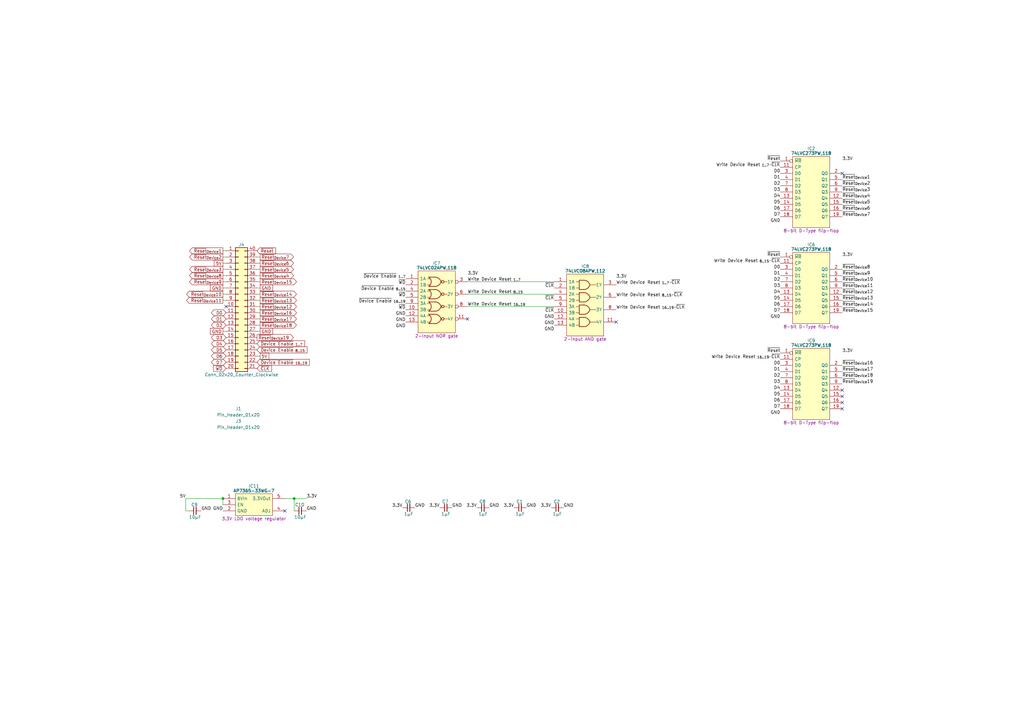
<source format=kicad_sch>
(kicad_sch (version 20231120) (generator "eeschema") (generator_version "8.0")
  (paper "A3")
  (title_block (title "HCP65 Device Reset") (date "2024-02-15") (rev "V1"))
  (lib_symbols
    (symbol "Connector_Generic:Conn_02x20_Counter_Clockwise" (pin_names (offset 1.016) hide)
      (property "Reference" "J" (at 1.27 25.4 0))
      (property "Value" "Conn_02x20_Counter_Clockwise" (at 1.27 -27.94 0))
      (symbol "Conn_02x20_Counter_Clockwise_1_1"
        (rectangle (start -1.27 -25.273) (end 0 -25.527) (stroke (width 0.1524)))
        (rectangle (start -1.27 -22.733) (end 0 -22.987) (stroke (width 0.1524)))
        (rectangle (start -1.27 -20.193) (end 0 -20.447) (stroke (width 0.1524)))
        (rectangle (start -1.27 -17.653) (end 0 -17.907) (stroke (width 0.1524)))
        (rectangle (start -1.27 -15.113) (end 0 -15.367) (stroke (width 0.1524)))
        (rectangle (start -1.27 -12.573) (end 0 -12.827) (stroke (width 0.1524)))
        (rectangle (start -1.27 -10.033) (end 0 -10.287) (stroke (width 0.1524)))
        (rectangle (start -1.27 -7.493) (end 0 -7.747) (stroke (width 0.1524)))
        (rectangle (start -1.27 -4.953) (end 0 -5.207) (stroke (width 0.1524)))
        (rectangle (start -1.27 -2.413) (end 0 -2.667) (stroke (width 0.1524)))
        (rectangle (start -1.27 0.127) (end 0 -0.127) (stroke (width 0.1524)))
        (rectangle (start -1.27 2.667) (end 0 2.413) (stroke (width 0.1524)))
        (rectangle (start -1.27 5.207) (end 0 4.953) (stroke (width 0.1524)))
        (rectangle (start -1.27 7.747) (end 0 7.493) (stroke (width 0.1524)))
        (rectangle (start -1.27 10.287) (end 0 10.033) (stroke (width 0.1524)))
        (rectangle (start -1.27 12.827) (end 0 12.573) (stroke (width 0.1524)))
        (rectangle (start -1.27 15.367) (end 0 15.113) (stroke (width 0.1524)))
        (rectangle (start -1.27 17.907) (end 0 17.653) (stroke (width 0.1524)))
        (rectangle (start -1.27 20.447) (end 0 20.193) (stroke (width 0.1524)))
        (rectangle (start -1.27 22.987) (end 0 22.733) (stroke (width 0.1524)))
        (rectangle (start -1.27 24.13) (end 3.81 -26.67) (stroke (width 0.254)) (fill (type background)))
        (rectangle (start 3.81 -25.273) (end 2.54 -25.527) (stroke (width 0.1524)))
        (rectangle (start 3.81 -22.733) (end 2.54 -22.987) (stroke (width 0.1524)))
        (rectangle (start 3.81 -20.193) (end 2.54 -20.447) (stroke (width 0.1524)))
        (rectangle (start 3.81 -17.653) (end 2.54 -17.907) (stroke (width 0.1524)))
        (rectangle (start 3.81 -15.113) (end 2.54 -15.367) (stroke (width 0.1524)))
        (rectangle (start 3.81 -12.573) (end 2.54 -12.827) (stroke (width 0.1524)))
        (rectangle (start 3.81 -10.033) (end 2.54 -10.287) (stroke (width 0.1524)))
        (rectangle (start 3.81 -7.493) (end 2.54 -7.747) (stroke (width 0.1524)))
        (rectangle (start 3.81 -4.953) (end 2.54 -5.207) (stroke (width 0.1524)))
        (rectangle (start 3.81 -2.413) (end 2.54 -2.667) (stroke (width 0.1524)))
        (rectangle (start 3.81 0.127) (end 2.54 -0.127) (stroke (width 0.1524)))
        (rectangle (start 3.81 2.667) (end 2.54 2.413) (stroke (width 0.1524)))
        (rectangle (start 3.81 5.207) (end 2.54 4.953) (stroke (width 0.1524)))
        (rectangle (start 3.81 7.747) (end 2.54 7.493) (stroke (width 0.1524)))
        (rectangle (start 3.81 10.287) (end 2.54 10.033) (stroke (width 0.1524)))
        (rectangle (start 3.81 12.827) (end 2.54 12.573) (stroke (width 0.1524)))
        (rectangle (start 3.81 15.367) (end 2.54 15.113) (stroke (width 0.1524)))
        (rectangle (start 3.81 17.907) (end 2.54 17.653) (stroke (width 0.1524)))
        (rectangle (start 3.81 20.447) (end 2.54 20.193) (stroke (width 0.1524)))
        (rectangle (start 3.81 22.987) (end 2.54 22.733) (stroke (width 0.1524)))
        (pin passive line (at -5.08 22.86 0) (length 3.81) (name "Pin_1") (number "1"))
        (pin passive line (at -5.08 0 0) (length 3.81) (name "Pin_10") (number "10"))
        (pin passive line (at -5.08 -2.54 0) (length 3.81) (name "Pin_11") (number "11"))
        (pin passive line (at -5.08 -5.08 0) (length 3.81) (name "Pin_12") (number "12"))
        (pin passive line (at -5.08 -7.62 0) (length 3.81) (name "Pin_13") (number "13"))
        (pin passive line (at -5.08 -10.16 0) (length 3.81) (name "Pin_14") (number "14"))
        (pin passive line (at -5.08 -12.7 0) (length 3.81) (name "Pin_15") (number "15"))
        (pin passive line (at -5.08 -15.24 0) (length 3.81) (name "Pin_16") (number "16"))
        (pin passive line (at -5.08 -17.78 0) (length 3.81) (name "Pin_17") (number "17"))
        (pin passive line (at -5.08 -20.32 0) (length 3.81) (name "Pin_18") (number "18"))
        (pin passive line (at -5.08 -22.86 0) (length 3.81) (name "Pin_19") (number "19"))
        (pin passive line (at -5.08 20.32 0) (length 3.81) (name "Pin_2") (number "2"))
        (pin passive line (at -5.08 -25.4 0) (length 3.81) (name "Pin_20") (number "20"))
        (pin passive line (at 7.62 -25.4 180) (length 3.81) (name "Pin_21") (number "21"))
        (pin passive line (at 7.62 -22.86 180) (length 3.81) (name "Pin_22") (number "22"))
        (pin passive line (at 7.62 -20.32 180) (length 3.81) (name "Pin_23") (number "23"))
        (pin passive line (at 7.62 -17.78 180) (length 3.81) (name "Pin_24") (number "24"))
        (pin passive line (at 7.62 -15.24 180) (length 3.81) (name "Pin_25") (number "25"))
        (pin passive line (at 7.62 -12.7 180) (length 3.81) (name "Pin_26") (number "26"))
        (pin passive line (at 7.62 -10.16 180) (length 3.81) (name "Pin_27") (number "27"))
        (pin passive line (at 7.62 -7.62 180) (length 3.81) (name "Pin_28") (number "28"))
        (pin passive line (at 7.62 -5.08 180) (length 3.81) (name "Pin_29") (number "29"))
        (pin passive line (at -5.08 17.78 0) (length 3.81) (name "Pin_3") (number "3"))
        (pin passive line (at 7.62 -2.54 180) (length 3.81) (name "Pin_30") (number "30"))
        (pin passive line (at 7.62 0 180) (length 3.81) (name "Pin_31") (number "31"))
        (pin passive line (at 7.62 2.54 180) (length 3.81) (name "Pin_32") (number "32"))
        (pin passive line (at 7.62 5.08 180) (length 3.81) (name "Pin_33") (number "33"))
        (pin passive line (at 7.62 7.62 180) (length 3.81) (name "Pin_34") (number "34"))
        (pin passive line (at 7.62 10.16 180) (length 3.81) (name "Pin_35") (number "35"))
        (pin passive line (at 7.62 12.7 180) (length 3.81) (name "Pin_36") (number "36"))
        (pin passive line (at 7.62 15.24 180) (length 3.81) (name "Pin_37") (number "37"))
        (pin passive line (at 7.62 17.78 180) (length 3.81) (name "Pin_38") (number "38"))
        (pin passive line (at 7.62 20.32 180) (length 3.81) (name "Pin_39") (number "39"))
        (pin passive line (at -5.08 15.24 0) (length 3.81) (name "Pin_4") (number "4"))
        (pin passive line (at 7.62 22.86 180) (length 3.81) (name "Pin_40") (number "40"))
        (pin passive line (at -5.08 12.7 0) (length 3.81) (name "Pin_5") (number "5"))
        (pin passive line (at -5.08 10.16 0) (length 3.81) (name "Pin_6") (number "6"))
        (pin passive line (at -5.08 7.62 0) (length 3.81) (name "Pin_7") (number "7"))
        (pin passive line (at -5.08 5.08 0) (length 3.81) (name "Pin_8") (number "8"))
        (pin passive line (at -5.08 2.54 0) (length 3.81) (name "Pin_9") (number "9"))
      )
    )
    (symbol "Diodes_Inc:AP7365-33WG-7" (pin_names (offset 0.762))
      (property "Reference" "IC" (at 12.7 5.08 0))
      (property "Value" "AP7365-33WG-7" (at 12.7 3.175 0))
      (property "Description" "3.3V LDO voltage regulator" (at 12.7 -8.255 0))
      (symbol "AP7365-33WG-7_0_0"
        (pin passive line (at 0 -5.08 0) (length 5.08) (name "GND") (number "2"))
        (pin input line (at 0 -2.54 0) (length 5.08) (name "EN") (number "3"))
        (pin passive line (at 25.4 -5.08 180) (length 5.08) (name "ADJ") (number "4"))
      )
      (symbol "AP7365-33WG-7_0_1"
        (polyline (pts (xy 5.08 1.905) (xy 20.32 1.905) (xy 20.32 -6.985) (xy 5.08 -6.985) (xy 5.08 1.905)) (fill (type background)))
      )
      (symbol "AP7365-33WG-7_1_0"
        (pin passive line (at 0 0 0) (length 5.08) (name "6VIn") (number "1"))
        (pin passive line (at 25.4 0 180) (length 5.08) (name "3.3VOut") (number "5"))
      )
    )
    (symbol "HCP65:C_0805" (pin_numbers hide) (pin_names (offset 0.254) hide)
      (property "Reference" "C" (at 2.286 2.54 0))
      (property "Value" "?μF" (at 2.54 -2.54 0))
      (symbol "C_0805_0_1"
        (polyline (pts (xy 1.9685 -1.4605) (xy 1.9685 1.5875)) (stroke (width 0.3048)))
        (polyline (pts (xy 2.9845 -1.4605) (xy 2.9845 1.5875)) (stroke (width 0.3302)))
      )
      (symbol "C_0805_1_1"
        (pin passive line (at 0 0 0) (length 2.032) (name "~") (number "1"))
        (pin passive line (at 5.08 0 180) (length 2.032) (name "~") (number "2"))
      )
    )
    (symbol "HCP65:Pin_Header_01x20" (pin_names (offset 1.016) hide)
      (property "Reference" "J" (at 0 1.27 0))
      (property "Value" "Pin_Header_01x20" (at 0 -1.27 0))
    )
    (symbol "Nexperia:74LVC02APW,118" (pin_names (offset 0.762))
      (property "Reference" "IC" (at 12.7 6.35 0))
      (property "Value" "74LVC02APW,118" (at 12.7 4.445 0))
      (property "Description" "2-Input NOR gate" (at 12.7 -23.495 0))
      (symbol "74LVC02APW,118_0_0"
        (pin input line (at 0 0 0) (length 5.08) (name "1A") (number "1"))
        (pin input line (at 0 -12.7 0) (length 5.08) (name "3B") (number "10"))
        (pin output inverted (at 25.4 -16.51 180) (length 5.08) (name "4Y") (number "11"))
        (pin input line (at 0 -15.24 0) (length 5.08) (name "4A") (number "12"))
        (pin input line (at 0 -17.78 0) (length 5.08) (name "4B") (number "13"))
        (pin passive line (at 25.4 1.27 180) (length 5.08) hide (name "3V") (number "14"))
        (pin input line (at 0 -2.54 0) (length 5.08) (name "1B") (number "2"))
        (pin output inverted (at 25.4 -1.27 180) (length 5.08) (name "1Y") (number "3"))
        (pin input line (at 0 -5.08 0) (length 5.08) (name "2A") (number "4"))
        (pin input line (at 0 -7.62 0) (length 5.08) (name "2B") (number "5"))
        (pin output inverted (at 25.4 -6.35 180) (length 5.08) (name "2Y") (number "6"))
        (pin passive line (at 0 -20.32 0) (length 5.08) hide (name "GND") (number "7"))
        (pin output inverted (at 25.4 -11.43 180) (length 5.08) (name "3Y") (number "8"))
        (pin input line (at 0 -10.16 0) (length 5.08) (name "3A") (number "9"))
      )
      (symbol "74LVC02APW,118_0_1"
        (polyline (pts (xy 8.802 -17.78) (xy 10.0719 -17.78)))
        (polyline (pts (xy 8.802 -15.24) (xy 10.0719 -15.24)))
        (polyline (pts (xy 8.802 -12.7) (xy 10.0719 -12.7)))
        (polyline (pts (xy 8.802 -10.16) (xy 10.0719 -10.16)))
        (polyline (pts (xy 8.802 -7.62) (xy 10.0719 -7.62)))
        (polyline (pts (xy 8.802 -5.08) (xy 10.0719 -5.08)))
        (polyline (pts (xy 8.802 -2.54) (xy 10.0719 -2.54)))
        (polyline (pts (xy 8.802 0) (xy 10.0719 0)))
        (polyline (pts (xy 11.977 -18.415) (xy 9.437 -18.415)) (stroke (width 0.254)) (fill (type background)))
        (polyline (pts (xy 11.977 -14.605) (xy 9.437 -14.605)) (stroke (width 0.254)) (fill (type background)))
        (polyline (pts (xy 11.977 -13.335) (xy 9.437 -13.335)) (stroke (width 0.254)) (fill (type background)))
        (polyline (pts (xy 11.977 -9.525) (xy 9.437 -9.525)) (stroke (width 0.254)) (fill (type background)))
        (polyline (pts (xy 11.977 -8.255) (xy 9.437 -8.255)) (stroke (width 0.254)) (fill (type background)))
        (polyline (pts (xy 11.977 -4.445) (xy 9.437 -4.445)) (stroke (width 0.254)) (fill (type background)))
        (polyline (pts (xy 11.977 -3.175) (xy 9.437 -3.175)) (stroke (width 0.254)) (fill (type background)))
        (polyline (pts (xy 11.977 0.635) (xy 9.437 0.635)) (stroke (width 0.254)) (fill (type background)))
        (polyline (pts (xy 15.875 -16.51) (xy 17.057 -16.51)))
        (polyline (pts (xy 15.875 -11.43) (xy 17.057 -11.43)))
        (polyline (pts (xy 15.875 -6.35) (xy 17.057 -6.35)))
        (polyline (pts (xy 15.875 -1.27) (xy 17.057 -1.27)))
        (polyline (pts (xy 5.08 3.175) (xy 20.32 3.175) (xy 20.32 -22.225) (xy 5.08 -22.225) (xy 5.08 3.175)) (stroke (width 0.1524)) (fill (type background)))
        (arc (start 9.437 -18.415) (mid 10.4969 -16.51) (end 9.437 -14.605) (stroke (width 0.254)))
        (arc (start 9.437 -13.335) (mid 10.4969 -11.43) (end 9.437 -9.525) (stroke (width 0.254)))
        (arc (start 9.437 -8.255) (mid 10.4969 -6.35) (end 9.437 -4.445) (stroke (width 0.254)))
        (arc (start 9.437 -3.175) (mid 10.4969 -1.27) (end 9.437 0.635) (stroke (width 0.254)))
        (arc (start 11.977 -18.415) (mid 13.5751 -17.9001) (end 14.517 -16.51) (stroke (width 0.254)))
        (arc (start 11.977 -13.335) (mid 13.5751 -12.8201) (end 14.517 -11.43) (stroke (width 0.254)))
        (arc (start 11.977 -8.255) (mid 13.5751 -7.7401) (end 14.517 -6.35) (stroke (width 0.254)))
        (arc (start 11.977 -3.175) (mid 13.5753 -2.6602) (end 14.517 -1.27) (stroke (width 0.254)))
        (arc (start 14.517 -16.51) (mid 13.5761 -15.1187) (end 11.977 -14.605) (stroke (width 0.254)))
        (arc (start 14.517 -11.43) (mid 13.5761 -10.0387) (end 11.977 -9.525) (stroke (width 0.254)))
        (arc (start 14.517 -6.35) (mid 13.5761 -4.9587) (end 11.977 -4.445) (stroke (width 0.254)))
        (arc (start 14.517 -1.27) (mid 13.5761 0.1213) (end 11.977 0.635) (stroke (width 0.254)))
        (circle (center 15.24 -16.51) (radius 0.508) (stroke (width 0.254)))
        (circle (center 15.24 -11.43) (radius 0.508) (stroke (width 0.254)))
        (circle (center 15.24 -6.35) (radius 0.508) (stroke (width 0.254)))
        (circle (center 15.24 -1.27) (radius 0.508) (stroke (width 0.254)))
      )
    )
    (symbol "Nexperia:74LVC08APW,112" (pin_names (offset 0.762))
      (property "Reference" "IC" (at 12.7 6.35 0))
      (property "Value" "74LVC08APW,112" (at 12.7 4.445 0))
      (property "Description" "2-input AND gate" (at 12.7 -23.495 0))
      (symbol "74LVC08APW,112_0_0"
        (pin input line (at 0 0 0) (length 5.08) (name "1A") (number "1"))
        (pin input line (at 0 -12.7 0) (length 5.08) (name "3B") (number "10"))
        (pin output line (at 25.4 -16.51 180) (length 5.08) (name "4Y") (number "11"))
        (pin input line (at 0 -15.24 0) (length 5.08) (name "4A") (number "12"))
        (pin input line (at 0 -17.78 0) (length 5.08) (name "4B") (number "13"))
        (pin passive line (at 25.4 1.27 180) (length 5.08) hide (name "3V") (number "14"))
        (pin input line (at 0 -2.54 0) (length 5.08) (name "1B") (number "2"))
        (pin passive line (at 25.4 -1.27 180) (length 5.08) (name "1Y") (number "3"))
        (pin input line (at 0 -5.08 0) (length 5.08) (name "2A") (number "4"))
        (pin input line (at 0 -7.62 0) (length 5.08) (name "2B") (number "5"))
        (pin output line (at 25.4 -6.35 180) (length 5.08) (name "2Y") (number "6"))
        (pin passive line (at 0 -20.32 0) (length 5.08) hide (name "GND") (number "7"))
        (pin output line (at 25.4 -11.43 180) (length 5.08) (name "3Y") (number "8"))
        (pin input line (at 0 -10.16 0) (length 5.08) (name "3A") (number "9"))
      )
      (symbol "74LVC08APW,112_0_1"
        (polyline (pts (xy 8.89 -17.78) (xy 10.1599 -17.78)))
        (polyline (pts (xy 8.89 -15.24) (xy 10.1599 -15.24)))
        (polyline (pts (xy 8.89 -12.7) (xy 10.1599 -12.7)))
        (polyline (pts (xy 8.89 -10.16) (xy 10.1599 -10.16)))
        (polyline (pts (xy 8.89 -7.62) (xy 10.1599 -7.62)))
        (polyline (pts (xy 8.89 -5.08) (xy 10.1599 -5.08)))
        (polyline (pts (xy 8.89 -2.54) (xy 10.1599 -2.54)))
        (polyline (pts (xy 8.89 0) (xy 10.1599 0)))
        (polyline (pts (xy 10.248 -14.605) (xy 10.248 -18.415)) (stroke (width 0.254)) (fill (type background)))
        (polyline (pts (xy 10.248 -9.525) (xy 10.248 -13.335)) (stroke (width 0.254)) (fill (type background)))
        (polyline (pts (xy 10.248 -4.445) (xy 10.248 -8.255)) (stroke (width 0.254)) (fill (type background)))
        (polyline (pts (xy 10.248 0.635) (xy 10.248 -3.175)) (stroke (width 0.254)) (fill (type background)))
        (polyline (pts (xy 12.065 -18.415) (xy 10.248 -18.415)) (stroke (width 0.254)) (fill (type background)))
        (polyline (pts (xy 12.065 -14.605) (xy 10.248 -14.605)) (stroke (width 0.254)) (fill (type background)))
        (polyline (pts (xy 12.065 -13.335) (xy 10.248 -13.335)) (stroke (width 0.254)) (fill (type background)))
        (polyline (pts (xy 12.065 -9.525) (xy 10.248 -9.525)) (stroke (width 0.254)) (fill (type background)))
        (polyline (pts (xy 12.065 -8.255) (xy 10.248 -8.255)) (stroke (width 0.254)) (fill (type background)))
        (polyline (pts (xy 12.065 -4.445) (xy 10.248 -4.445)) (stroke (width 0.254)) (fill (type background)))
        (polyline (pts (xy 12.065 -3.175) (xy 10.248 -3.175)) (stroke (width 0.254)) (fill (type background)))
        (polyline (pts (xy 12.065 0.635) (xy 10.248 0.635)) (stroke (width 0.254)) (fill (type background)))
        (polyline (pts (xy 14.605 -16.51) (xy 17.145 -16.51)))
        (polyline (pts (xy 14.605 -11.43) (xy 17.145 -11.43)))
        (polyline (pts (xy 14.605 -6.35) (xy 17.145 -6.35)))
        (polyline (pts (xy 14.605 -1.27) (xy 17.145 -1.27)))
        (polyline (pts (xy 5.08 3.175) (xy 20.32 3.175) (xy 20.32 -22.225) (xy 5.08 -22.225) (xy 5.08 3.175)) (stroke (width 0.1524)) (fill (type background)))
        (arc (start 12.065 -18.415) (mid 13.6634 -17.9004) (end 14.605 -16.51) (stroke (width 0.254)))
        (arc (start 12.065 -13.335) (mid 13.6634 -12.8204) (end 14.605 -11.43) (stroke (width 0.254)))
        (arc (start 12.065 -8.255) (mid 13.6634 -7.7404) (end 14.605 -6.35) (stroke (width 0.254)))
        (arc (start 12.065 -3.175) (mid 13.6634 -2.6604) (end 14.605 -1.27) (stroke (width 0.254)))
        (arc (start 14.605 -16.51) (mid 13.6646 -15.118) (end 12.065 -14.605) (stroke (width 0.254)))
        (arc (start 14.605 -11.43) (mid 13.6646 -10.038) (end 12.065 -9.525) (stroke (width 0.254)))
        (arc (start 14.605 -6.35) (mid 13.6646 -4.958) (end 12.065 -4.445) (stroke (width 0.254)))
        (arc (start 14.605 -1.27) (mid 13.6646 0.122) (end 12.065 0.635) (stroke (width 0.254)))
      )
    )
    (symbol "Nexperia:74LVC273PW,118" (pin_names (offset 0.762))
      (property "Reference" "IC" (at 12.7 5.08 0))
      (property "Value" "74LVC273PW,118" (at 12.7 3.175 0))
      (property "Description" "8-bit D-Type flip-flop" (at 12.7 -28.575 0))
      (symbol "74LVC273PW,118_0_0"
        (pin input line (at 0 -2.54 0) (length 5.08) (name "CP") (number "11"))
        (pin output line (at 25.4 -15.24 180) (length 5.08) (name "Q4") (number "12"))
        (pin input line (at 0 -15.24 0) (length 5.08) (name "D4") (number "13"))
        (pin input line (at 0 -17.78 0) (length 5.08) (name "D5") (number "14"))
        (pin output line (at 25.4 -17.78 180) (length 5.08) (name "Q5") (number "15"))
        (pin output line (at 25.4 -20.32 180) (length 5.08) (name "Q6") (number "16"))
        (pin input line (at 0 -20.32 0) (length 5.08) (name "D6") (number "17"))
        (pin input line (at 0 -22.86 0) (length 5.08) (name "D7") (number "18"))
        (pin output line (at 25.4 -22.86 180) (length 5.08) (name "Q7") (number "19"))
        (pin output line (at 25.4 -5.08 180) (length 5.08) (name "Q0") (number "2"))
        (pin input line (at 0 -5.08 0) (length 5.08) (name "D0") (number "3"))
        (pin input line (at 0 -7.62 0) (length 5.08) (name "D1") (number "4"))
        (pin output line (at 25.4 -7.62 180) (length 5.08) (name "Q1") (number "5"))
        (pin output line (at 25.4 -10.16 180) (length 5.08) (name "Q2") (number "6"))
        (pin input line (at 0 -10.16 0) (length 5.08) (name "D2") (number "7"))
        (pin input line (at 0 -12.7 0) (length 5.08) (name "D3") (number "8"))
        (pin output line (at 25.4 -12.7 180) (length 5.08) (name "Q3") (number "9"))
      )
      (symbol "74LVC273PW,118_0_1"
        (polyline (pts (xy 5.08 1.905) (xy 20.32 1.905) (xy 20.32 -27.305) (xy 5.08 -27.305) (xy 5.08 1.905)) (stroke (width 0.1524)) (fill (type background)))
      )
      (symbol "74LVC273PW,118_1_0"
        (pin input inverted (at 0 0 0) (length 5.08) (name "~{MR}") (number "1"))
        (pin passive line (at 0 -25.4 0) (length 5.08) hide (name "GND") (number "10"))
        (pin passive line (at 25.4 0 180) (length 5.08) hide (name "3V") (number "20"))
      )
    )
  )
  (junction (at 120.65 204.47))
  (junction (at 91.44 204.47))
  (no_connect (at 191.77 130.81))
  (no_connect (at 92.71 125.73))
  (no_connect (at 345.44 167.64))
  (no_connect (at 252.73 132.08))
  (no_connect (at 345.44 71.12))
  (no_connect (at 345.44 162.56))
  (no_connect (at 345.44 160.02))
  (no_connect (at 345.44 165.1))
  (no_connect (at 116.84 209.55))
  (wire (pts (xy 191.77 115.57) (xy 227.33 115.57)))
  (wire (pts (xy 91.44 118.11) (xy 92.71 118.11)))
  (wire (pts (xy 106.68 107.95) (xy 105.41 107.95)))
  (wire (pts (xy 106.68 130.81) (xy 105.41 130.81)))
  (wire (pts (xy 91.44 123.19) (xy 92.71 123.19)))
  (wire (pts (xy 106.68 146.05) (xy 105.41 146.05)))
  (wire (pts (xy 91.44 107.95) (xy 92.71 107.95)))
  (wire (pts (xy 106.68 125.73) (xy 105.41 125.73)))
  (wire (pts (xy 91.44 135.89) (xy 92.71 135.89)))
  (wire (pts (xy 91.44 204.47) (xy 91.44 207.01)))
  (wire (pts (xy 106.68 105.41) (xy 105.41 105.41)))
  (wire (pts (xy 76.2 204.47) (xy 76.2 209.55)))
  (wire (pts (xy 91.44 113.03) (xy 92.71 113.03)))
  (wire (pts (xy 91.44 102.87) (xy 92.71 102.87)))
  (wire (pts (xy 116.84 204.47) (xy 120.65 204.47)))
  (wire (pts (xy 91.44 120.65) (xy 92.71 120.65)))
  (wire (pts (xy 91.44 110.49) (xy 92.71 110.49)))
  (wire (pts (xy 106.68 133.35) (xy 105.41 133.35)))
  (wire (pts (xy 120.65 209.55) (xy 120.65 204.47)))
  (wire (pts (xy 106.68 110.49) (xy 105.41 110.49)))
  (wire (pts (xy 106.68 123.19) (xy 105.41 123.19)))
  (wire (pts (xy 91.44 105.41) (xy 92.71 105.41)))
  (wire (pts (xy 106.68 120.65) (xy 105.41 120.65)))
  (wire (pts (xy 191.77 125.73) (xy 227.33 125.73)))
  (wire (pts (xy 106.68 113.03) (xy 105.41 113.03)))
  (wire (pts (xy 106.68 118.11) (xy 105.41 118.11)))
  (wire (pts (xy 106.68 128.27) (xy 105.41 128.27)))
  (wire (pts (xy 191.77 120.65) (xy 227.33 120.65)))
  (wire (pts (xy 91.44 115.57) (xy 92.71 115.57)))
  (wire (pts (xy 106.68 135.89) (xy 105.41 135.89)))
  (wire (pts (xy 76.2 204.47) (xy 91.44 204.47)))
  (wire (pts (xy 120.65 204.47) (xy 125.73 204.47)))
  (wire (pts (xy 106.68 115.57) (xy 105.41 115.57)))
  (wire (pts (xy 76.2 209.55) (xy 77.47 209.55)))
  (label "GND" (at 82.55 209.55 0))
  (label "~{Reset}_{Device}4" (at 345.44 81.28 0))
  (label "~{Device Enable}_{ 16..19}" (at 166.37 124.46 180))
  (label "D0" (at 320.04 71.12 180))
  (label "3.3V" (at 345.44 66.04 0))
  (label "GND" (at 166.37 129.54 180))
  (label "D3" (at 320.04 157.48 180))
  (label "~{WD}" (at 166.37 121.92 180))
  (label "GND" (at 231.14 208.28 0))
  (label "Write Device Reset_{ 1..7}·~{CLK}" (at 320.04 68.58 180))
  (label "~{Reset}_{Device}5" (at 345.44 83.82 0))
  (label "D5" (at 320.04 83.82 180))
  (label "~{Reset}" (at 320.04 66.04 180))
  (label "3.3V" (at 195.58 208.28 180))
  (label "D6" (at 320.04 165.1 180))
  (label "Write Device Reset_{ 1..7}" (at 191.77 115.57 0))
  (label "D5" (at 320.04 162.56 180))
  (label "~{Reset}_{Device}10" (at 345.44 115.57 0))
  (label "D7" (at 320.04 128.27 180))
  (label "D5" (at 320.04 123.19 180))
  (label "D0" (at 320.04 149.86 180))
  (label "~{Reset}_{Device}14" (at 345.44 125.73 0))
  (label "~{Device Enable}_{ 8..15}" (at 166.37 119.38 180))
  (label "3.3V" (at 345.44 105.41 0))
  (label "D6" (at 320.04 125.73 180))
  (label "Write Device Reset_{ 8..15}" (at 191.77 120.65 0))
  (label "~{Reset}_{Device}7" (at 345.44 88.9 0))
  (label "~{Reset}_{Device}8" (at 345.44 110.49 0))
  (label "GND" (at 320.04 91.44 180))
  (label "~{Reset}_{Device}3" (at 345.44 78.74 0))
  (label "Write Device Reset_{ 8..15}·~{CLK}" (at 320.04 107.95 180))
  (label "D7" (at 320.04 88.9 180))
  (label "D0" (at 320.04 110.49 180))
  (label "D1" (at 320.04 152.4 180))
  (label "D2" (at 320.04 154.94 180))
  (label "D1" (at 320.04 73.66 180))
  (label "3.3V" (at 180.34 208.28 180))
  (label "D4" (at 320.04 120.65 180))
  (label "GND" (at 320.04 130.81 180))
  (label "Write Device Reset_{ 16..19}·~{CLK}" (at 252.73 127 0))
  (label "~{WD}" (at 166.37 127 180))
  (label "D6" (at 320.04 86.36 180))
  (label "~{Reset}_{Device}9" (at 345.44 113.03 0))
  (label "3.3V" (at 125.73 204.47 0))
  (label "GND" (at 227.33 135.89 180))
  (label "D7" (at 320.04 167.64 180))
  (label "~{Reset}_{Device}6" (at 345.44 86.36 0))
  (label "~{CLK}" (at 227.33 118.11 180))
  (label "~{Reset}_{Device}1" (at 345.44 73.66 0))
  (label "D4" (at 320.04 81.28 180))
  (label "~{Reset}_{Device}18" (at 345.44 154.94 0))
  (label "~{Reset}_{Device}19" (at 345.44 157.48 0))
  (label "~{Reset}_{Device}17" (at 345.44 152.4 0))
  (label "3.3V" (at 165.1 208.28 180))
  (label "GND" (at 200.66 208.28 0))
  (label "D3" (at 320.04 78.74 180))
  (label "5V" (at 76.2 204.47 180))
  (label "GND" (at 215.9 208.28 0))
  (label "GND" (at 227.33 133.35 180))
  (label "~{CLK}" (at 227.33 128.27 180))
  (label "GND" (at 227.33 130.81 180))
  (label "GND" (at 170.18 208.28 0))
  (label "D2" (at 320.04 76.2 180))
  (label "Write Device Reset_{ 1..7}·~{CLK}" (at 252.73 116.84 0))
  (label "~{Reset}_{Device}2" (at 345.44 76.2 0))
  (label "3.3V" (at 191.77 113.03 0))
  (label "Write Device Reset_{ 16..19}" (at 191.77 125.73 0))
  (label "~{Reset}" (at 320.04 105.41 180))
  (label "Write Device Reset_{ 8..15}·~{CLK}" (at 252.73 121.92 0))
  (label "GND" (at 166.37 132.08 180))
  (label "D1" (at 320.04 113.03 180))
  (label "~{Reset}_{Device}15" (at 345.44 128.27 0))
  (label "GND" (at 166.37 134.62 180))
  (label "~{Reset}_{Device}13" (at 345.44 123.19 0))
  (label "Write Device Reset_{ 16..19}·~{CLK}" (at 320.04 147.32 180))
  (label "GND" (at 320.04 170.18 180))
  (label "D3" (at 320.04 118.11 180))
  (label "3.3V" (at 226.06 208.28 180))
  (label "~{Reset}" (at 320.04 144.78 180))
  (label "~{Reset}_{Device}16" (at 345.44 149.86 0))
  (label "~{CLK}" (at 227.33 123.19 180))
  (label "D2" (at 320.04 115.57 180))
  (label "GND" (at 125.73 209.55 0))
  (label "3.3V" (at 252.73 114.3 0))
  (label "GND" (at 91.44 209.55 180))
  (label "GND" (at 185.42 208.28 0))
  (label "~{Reset}_{Device}11" (at 345.44 118.11 0))
  (label "~{WD}" (at 166.37 116.84 180))
  (label "~{Reset}_{Device}12" (at 345.44 120.65 0))
  (label "3.3V" (at 345.44 144.78 0))
  (label "3.3V" (at 210.82 208.28 180))
  (label "D4" (at 320.04 160.02 180))
  (label "~{Device Enable}_{ 1..7}" (at 166.37 114.3 180))
  (global_label "~{Reset}_{Device}15" (shape output) (at 106.68 115.57 0) (property "Intersheetrefs" "${INTERSHEET_REFS}" (effects (hide yes))))
  (global_label "D3" (shape tri_state) (at 92.71 138.43 180) (property "Intersheetrefs" "${INTERSHEET_REFS}" (effects (hide yes))))
  (global_label "~{Reset}_{Device}14" (shape output) (at 106.68 120.65 0) (property "Intersheetrefs" "${INTERSHEET_REFS}" (effects (hide yes))))
  (global_label "~{Reset}_{Device}9" (shape output) (at 91.44 115.57 180) (property "Intersheetrefs" "${INTERSHEET_REFS}" (effects (hide yes))))
  (global_label "~{Reset}_{Device}16" (shape output) (at 106.68 128.27 0) (property "Intersheetrefs" "${INTERSHEET_REFS}" (effects (hide yes))))
  (global_label "~{Reset}_{Device}11" (shape output) (at 91.44 123.19 180) (property "Intersheetrefs" "${INTERSHEET_REFS}" (effects (hide yes))))
  (global_label "5V" (shape passive) (at 91.44 107.95 180) (property "Intersheetrefs" "${INTERSHEET_REFS}" (effects (hide yes))))
  (global_label "~{Reset}_{Device}8" (shape output) (at 91.44 113.03 180) (property "Intersheetrefs" "${INTERSHEET_REFS}" (effects (hide yes))))
  (global_label "GND" (shape passive) (at 91.44 118.11 180) (property "Intersheetrefs" "${INTERSHEET_REFS}" (effects (hide yes))))
  (global_label "~{Reset}_{Device}12" (shape output) (at 106.68 125.73 0) (property "Intersheetrefs" "${INTERSHEET_REFS}" (effects (hide yes))))
  (global_label "~{Reset}_{Device}5" (shape output) (at 106.68 110.49 0) (property "Intersheetrefs" "${INTERSHEET_REFS}" (effects (hide yes))))
  (global_label "D4" (shape tri_state) (at 92.71 140.97 180) (property "Intersheetrefs" "${INTERSHEET_REFS}" (effects (hide yes))))
  (global_label "~{Device Enable}_{ 8..15}" (shape input) (at 105.41 143.51 0) (property "Intersheetrefs" "${INTERSHEET_REFS}" (effects (hide yes))))
  (global_label "~{Device Enable}_{ 16..19}" (shape input) (at 105.41 148.59 0) (property "Intersheetrefs" "${INTERSHEET_REFS}" (effects (hide yes))))
  (global_label "~{Reset}_{Device}10" (shape output) (at 91.44 120.65 180) (property "Intersheetrefs" "${INTERSHEET_REFS}" (effects (hide yes))))
  (global_label "5V" (shape passive) (at 106.68 146.05 0) (property "Intersheetrefs" "${INTERSHEET_REFS}" (effects (hide yes))))
  (global_label "D2" (shape tri_state) (at 92.71 133.35 180) (property "Intersheetrefs" "${INTERSHEET_REFS}" (effects (hide yes))))
  (global_label "~{WD}" (shape input) (at 92.71 151.13 180) (property "Intersheetrefs" "${INTERSHEET_REFS}" (effects (hide yes))))
  (global_label "D0" (shape tri_state) (at 92.71 128.27 180) (property "Intersheetrefs" "${INTERSHEET_REFS}" (effects (hide yes))))
  (global_label "D6" (shape tri_state) (at 92.71 146.05 180) (property "Intersheetrefs" "${INTERSHEET_REFS}" (effects (hide yes))))
  (global_label "~{Reset}" (shape input) (at 105.41 102.87 0) (property "Intersheetrefs" "${INTERSHEET_REFS}" (effects (hide yes))))
  (global_label "GND" (shape passive) (at 106.68 135.89 0) (property "Intersheetrefs" "${INTERSHEET_REFS}" (effects (hide yes))))
  (global_label "~{Reset}_{Device}3" (shape output) (at 91.44 110.49 180) (property "Intersheetrefs" "${INTERSHEET_REFS}" (effects (hide yes))))
  (global_label "~{Reset}_{Device}6" (shape output) (at 106.68 107.95 0) (property "Intersheetrefs" "${INTERSHEET_REFS}" (effects (hide yes))))
  (global_label "~{Reset}_{Device}4" (shape output) (at 106.68 113.03 0) (property "Intersheetrefs" "${INTERSHEET_REFS}" (effects (hide yes))))
  (global_label "~{Reset}_{Device}18" (shape output) (at 106.68 133.35 0) (property "Intersheetrefs" "${INTERSHEET_REFS}" (effects (hide yes))))
  (global_label "GND" (shape passive) (at 106.68 118.11 0) (property "Intersheetrefs" "${INTERSHEET_REFS}" (effects (hide yes))))
  (global_label "D7" (shape tri_state) (at 92.71 148.59 180) (property "Intersheetrefs" "${INTERSHEET_REFS}" (effects (hide yes))))
  (global_label "~{Reset}_{Device}17" (shape output) (at 106.68 130.81 0) (property "Intersheetrefs" "${INTERSHEET_REFS}" (effects (hide yes))))
  (global_label "~{Reset}_{Device}13" (shape output) (at 106.68 123.19 0) (property "Intersheetrefs" "${INTERSHEET_REFS}" (effects (hide yes))))
  (global_label "~{Reset}_{Device}1" (shape output) (at 91.44 102.87 180) (property "Intersheetrefs" "${INTERSHEET_REFS}" (effects (hide yes))))
  (global_label "D1" (shape tri_state) (at 92.71 130.81 180) (property "Intersheetrefs" "${INTERSHEET_REFS}" (effects (hide yes))))
  (global_label "D5" (shape tri_state) (at 92.71 143.51 180) (property "Intersheetrefs" "${INTERSHEET_REFS}" (effects (hide yes))))
  (global_label "GND" (shape passive) (at 91.44 135.89 180) (property "Intersheetrefs" "${INTERSHEET_REFS}" (effects (hide yes))))
  (global_label "~{CLK}" (shape input) (at 105.41 151.13 0) (property "Intersheetrefs" "${INTERSHEET_REFS}" (effects (hide yes))))
  (global_label "~{Reset}_{Device}2" (shape output) (at 91.44 105.41 180) (property "Intersheetrefs" "${INTERSHEET_REFS}" (effects (hide yes))))
  (global_label "~{Reset}_{Device}19" (shape output) (at 105.41 138.43 0) (property "Intersheetrefs" "${INTERSHEET_REFS}" (effects (hide yes))))
  (global_label "~{Device Enable}_{ 1..7}" (shape input) (at 105.41 140.97 0) (property "Intersheetrefs" "${INTERSHEET_REFS}" (effects (hide yes))))
  (global_label "~{Reset}_{Device}7" (shape output) (at 106.68 105.41 0) (property "Intersheetrefs" "${INTERSHEET_REFS}" (effects (hide yes))))
  (symbol (lib_id "HCP65:C_0805") (at 77.47 209.55 0) (unit 1)
    (property "Reference" "C9" (at 79.756 207.01 0))
    (property "Value" "10μF" (at 80.01 212.09 0))
    (property "Footprint" "SamacSys_Parts:C_0805" (effects (hide yes)))
  )
  (symbol (lib_id "Nexperia:74LVC273PW,118") (at 320.04 105.41 0) (unit 1)
    (property "Reference" "IC6" (at 332.74 100.33 0))
    (property "Value" "74LVC273PW,118" (at 332.74 102.235 0) (effects (font (bold yes))))
    (property "Footprint" "SamacSys_Parts:SOP65P640X110-20N" (effects (hide yes)))
    (property "Datasheet" "https://assets.nexperia.com/documents/data-sheet/74LVC273.pdf" (effects (hide yes)))
    (property "Description" "8-bit D-Type flip-flop" (at 332.74 133.985 0))
    (property "Height" "1.1" (effects (hide yes)))
    (property "Manufacturer_Name" "Nexperia" (effects (hide yes)))
    (property "Manufacturer_Part_Number" "74LVC273PW,118" (effects (hide yes)))
    (property "Mouser Part Number" "771-74LVC273PW-T" (effects (hide yes)))
    (property "Mouser Price/Stock" "https://www.mouser.com/Search/Refine.aspx?Keyword=771-74LVC273PW-T" (effects (hide yes)))
    (property "Silkscreen" "74LVC273" (effects (hide yes)))
  )
  (symbol (lib_id "HCP65:C_0805") (at 165.1 208.28 0) (unit 1)
    (property "Reference" "C6" (at 167.386 205.74 0))
    (property "Value" "1μF" (at 167.64 210.82 0))
    (property "Footprint" "SamacSys_Parts:C_0805" (effects (hide yes)))
  )
  (symbol (lib_id "Nexperia:74LVC08APW,112") (at 227.33 115.57 0) (unit 1)
    (property "Reference" "IC8" (at 240.03 109.22 0))
    (property "Value" "74LVC08APW,112" (at 240.03 111.125 0) (effects (font (bold yes))))
    (property "Footprint" "SamacSys_Parts:SOP65P640X110-14N" (effects (hide yes)))
    (property "Datasheet" "https://assets.nexperia.com/documents/data-sheet/74LVC08A.pdf" (effects (hide yes)))
    (property "Description" "2-input AND gate" (at 240.03 139.065 0))
    (property "Height" "1.1" (effects (hide yes)))
    (property "Manufacturer_Name" "Nexperia" (effects (hide yes)))
    (property "Manufacturer_Part_Number" "74LVC08APW,112" (effects (hide yes)))
    (property "Mouser Part Number" "771-74LVC08APW" (effects (hide yes)))
    (property "Mouser Price/Stock" "https://www.mouser.com/Search/Refine.aspx?Keyword=771-74LVC08APW" (effects (hide yes)))
    (property "Silkscreen" "74LVC08" (effects (hide yes)))
    (property "Garbage" "NXP 74LVC08APW,112, Quad 2-Input AND Logic Gate, 1.2  3.6 V, 14-Pin TSSOP" (effects (hide yes)))
  )
  (symbol (lib_id "Nexperia:74LVC273PW,118") (at 320.04 144.78 0) (unit 1)
    (property "Reference" "IC9" (at 332.74 139.7 0))
    (property "Value" "74LVC273PW,118" (at 332.74 141.605 0) (effects (font (bold yes))))
    (property "Footprint" "SamacSys_Parts:SOP65P640X110-20N" (effects (hide yes)))
    (property "Datasheet" "https://assets.nexperia.com/documents/data-sheet/74LVC273.pdf" (effects (hide yes)))
    (property "Description" "8-bit D-Type flip-flop" (at 332.74 173.355 0))
    (property "Height" "1.1" (effects (hide yes)))
    (property "Manufacturer_Name" "Nexperia" (effects (hide yes)))
    (property "Manufacturer_Part_Number" "74LVC273PW,118" (effects (hide yes)))
    (property "Mouser Part Number" "771-74LVC273PW-T" (effects (hide yes)))
    (property "Mouser Price/Stock" "https://www.mouser.com/Search/Refine.aspx?Keyword=771-74LVC273PW-T" (effects (hide yes)))
    (property "Silkscreen" "74LVC273" (effects (hide yes)))
  )
  (symbol (lib_id "Nexperia:74LVC02APW,118") (at 166.37 114.3 0) (unit 1)
    (property "Reference" "IC7" (at 179.07 107.95 0))
    (property "Value" "74LVC02APW,118" (at 179.07 109.855 0) (effects (font (bold yes))))
    (property "Footprint" "SamacSys_Parts:SOP65P640X110-14N" (effects (hide yes)))
    (property "Datasheet" "https://assets.nexperia.com/documents/data-sheet/74LVC02A.pdf" (effects (hide yes)))
    (property "Description" "2-Input NOR gate" (at 179.07 137.795 0))
    (property "Height" "1.1" (effects (hide yes)))
    (property "Mouser Part Number" "771-74LVC02APW-T" (effects (hide yes)))
    (property "Mouser Price/Stock" "https://www.mouser.co.uk/ProductDetail/Nexperia/74LVC02APW118?qs=me8TqzrmIYX6VnwIC2vA2w%3D%3D" (effects (hide yes)))
    (property "Manufacturer_Name" "Nexperia" (effects (hide yes)))
    (property "Manufacturer_Part_Number" "74LVC02APW,118" (effects (hide yes)))
    (property "Silkscreen" "74LVC02" (effects (hide yes)))
    (property "Garbage" "Nexperia 74LVC02APW,118, Quad 2-Input NOR Logic Gate, 14-Pin TSSOP" (effects (hide yes)))
  )
  (symbol (lib_id "Diodes_Inc:AP7365-33WG-7") (at 91.44 204.47 0) (unit 1)
    (property "Reference" "IC11" (at 104.14 199.39 0))
    (property "Value" "AP7365-33WG-7" (at 104.14 201.295 0) (effects (font (bold yes))))
    (property "Footprint" "SamacSys_Parts:SOT95P285X130-5N" (effects (hide yes)))
    (property "Datasheet" "https://componentsearchengine.com/Datasheets/1/AP7365-33WG-7.pdf" (effects (hide yes)))
    (property "Description" "3.3V LDO voltage regulator" (at 104.14 212.725 0))
    (property "Height" "1.3" (effects (hide yes)))
    (property "Manufacturer_Name" "Diodes Inc." (effects (hide yes)))
    (property "Manufacturer_Part_Number" "AP7365-33WG-7" (effects (hide yes)))
    (property "Mouser Part Number" "621-AP7365-33WG-7" (effects (hide yes)))
    (property "Mouser Price/Stock" "https://www.mouser.co.uk/ProductDetail/Diodes-Incorporated/AP7365-33WG-7?qs=abZ1nkZpTuOZFvxvoFPL0w%3D%3D" (effects (hide yes)))
    (property "Arrow Part Number" "AP7365-33WG-7" (effects (hide yes)))
    (property "Arrow Price/Stock" "https://www.arrow.com/en/products/ap7365-33wg-7/diodes-incorporated?region=nac" (effects (hide yes)))
    (property "Silkscreen" "AP7365" (effects (hide yes)))
  )
  (symbol (lib_id "HCP65:C_0805") (at 195.58 208.28 0) (unit 1)
    (property "Reference" "C8" (at 197.866 205.74 0))
    (property "Value" "1μF" (at 198.12 210.82 0))
    (property "Footprint" "SamacSys_Parts:C_0805" (effects (hide yes)))
  )
  (symbol (lib_id "HCP65:Pin_Header_01x20") (at 97.79 168.91 0) (unit 1)
    (property "Reference" "J1" (at 97.79 167.64 0))
    (property "Value" "Pin_Header_01x20" (at 97.79 170.18 0))
    (property "Footprint" "SamacSys_Parts:PinHeader_1x20_P2.54mm_Vertical" (effects (hide yes)))
  )
  (symbol (lib_id "HCP65:C_0805") (at 120.65 209.55 0) (unit 1)
    (property "Reference" "C10" (at 122.936 207.01 0))
    (property "Value" "10μF" (at 123.19 212.09 0))
    (property "Footprint" "SamacSys_Parts:C_0805" (effects (hide yes)))
  )
  (symbol (lib_id "Nexperia:74LVC273PW,118") (at 320.04 66.04 0) (unit 1)
    (property "Reference" "IC2" (at 332.74 60.96 0))
    (property "Value" "74LVC273PW,118" (at 332.74 62.865 0) (effects (font (bold yes))))
    (property "Footprint" "SamacSys_Parts:SOP65P640X110-20N" (effects (hide yes)))
    (property "Datasheet" "https://assets.nexperia.com/documents/data-sheet/74LVC273.pdf" (effects (hide yes)))
    (property "Description" "8-bit D-Type flip-flop" (at 332.74 94.615 0))
    (property "Height" "1.1" (effects (hide yes)))
    (property "Manufacturer_Name" "Nexperia" (effects (hide yes)))
    (property "Manufacturer_Part_Number" "74LVC273PW,118" (effects (hide yes)))
    (property "Mouser Part Number" "771-74LVC273PW-T" (effects (hide yes)))
    (property "Mouser Price/Stock" "https://www.mouser.com/Search/Refine.aspx?Keyword=771-74LVC273PW-T" (effects (hide yes)))
    (property "Silkscreen" "74LVC273" (effects (hide yes)))
  )
  (symbol (lib_id "HCP65:C_0805") (at 180.34 208.28 0) (unit 1)
    (property "Reference" "C7" (at 182.626 205.74 0))
    (property "Value" "1μF" (at 182.88 210.82 0))
    (property "Footprint" "SamacSys_Parts:C_0805" (effects (hide yes)))
  )
  (symbol (lib_id "HCP65:Pin_Header_01x20") (at 97.79 173.99 0) (unit 1)
    (property "Reference" "J3" (at 97.79 172.72 0))
    (property "Value" "Pin_Header_01x20" (at 97.79 175.26 0))
    (property "Footprint" "SamacSys_Parts:PinHeader_1x20_P2.54mm_Vertical" (effects (hide yes)))
  )
  (symbol (lib_id "Connector_Generic:Conn_02x20_Counter_Clockwise") (at 97.79 125.73 0) (unit 1)
    (property "Reference" "J4" (at 99.06 100.33 0))
    (property "Value" "Conn_02x20_Counter_Clockwise" (at 99.06 153.67 0))
    (property "Footprint" "SamacSys_Parts:DIP-40_Board_W15.24mm" (effects (hide yes)))
    (property "Description" "Generic connector, double row, 02x20, counter clockwise pin numbering scheme (similar to DIP package numbering), script generated (kicad-library-utils/schlib/autogen/connector/)" (effects (hide yes)))
  )
  (symbol (lib_id "HCP65:C_0805") (at 210.82 208.28 0) (unit 1)
    (property "Reference" "C1" (at 213.106 205.74 0))
    (property "Value" "1μF" (at 213.36 210.82 0))
    (property "Footprint" "SamacSys_Parts:C_0805" (effects (hide yes)))
  )
  (symbol (lib_id "HCP65:C_0805") (at 226.06 208.28 0) (unit 1)
    (property "Reference" "C2" (at 228.346 205.74 0))
    (property "Value" "1μF" (at 228.6 210.82 0))
    (property "Footprint" "SamacSys_Parts:C_0805" (effects (hide yes)))
  )
)
</source>
